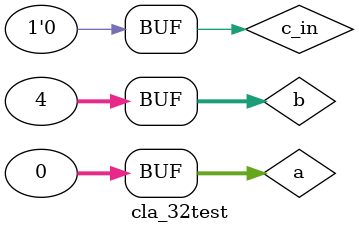
<source format=v>
`timescale 1ns / 1ps


module cla_32test;

	// Inputs
	reg [31:0] a;
	reg [31:0] b;
	reg c_in;

	// Outputs
	wire [31:0] s;
	wire c_outfinal;

	// Instantiate the Unit Under Test (UUT)
	cla_32 uut (
		.a(a), 
		.b(b), 
		.c_in(c_in), 
		.s(s), 
		.c_outfinal(c_outfinal)
	);

	initial begin
		// Initialize Inputs
		a = 32'b00000000000000000000000000000000;
		b = 32'h4;
		c_in = 0;

		// Wait 100 ns for global reset to finish
		#100;
		// Add stimulus here

	end
      
endmodule


</source>
